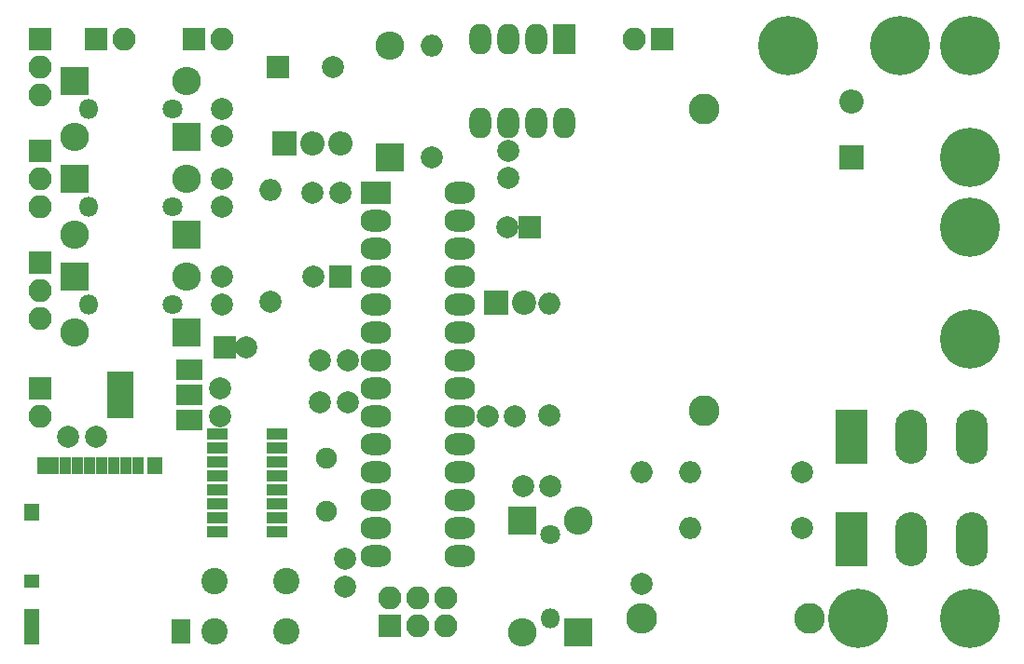
<source format=gbr>
G04 #@! TF.GenerationSoftware,KiCad,Pcbnew,(2017-12-14 revision b47a06e)-master*
G04 #@! TF.CreationDate,2017-12-14T20:06:19-08:00*
G04 #@! TF.ProjectId,Elephant-3,456C657068616E742D332E6B69636164,1*
G04 #@! TF.SameCoordinates,Original*
G04 #@! TF.FileFunction,Soldermask,Top*
G04 #@! TF.FilePolarity,Negative*
%FSLAX46Y46*%
G04 Gerber Fmt 4.6, Leading zero omitted, Abs format (unit mm)*
G04 Created by KiCad (PCBNEW (2017-12-14 revision b47a06e)-master) date Thursday, December 14, 2017 'PMt' 08:06:19 PM*
%MOMM*%
%LPD*%
G01*
G04 APERTURE LIST*
%ADD10C,2.200000*%
%ADD11R,2.200000X2.200000*%
%ADD12C,2.800000*%
%ADD13C,2.000000*%
%ADD14R,2.000000X2.000000*%
%ADD15R,2.100000X2.100000*%
%ADD16O,2.100000X2.100000*%
%ADD17R,2.600000X2.600000*%
%ADD18O,2.600000X2.600000*%
%ADD19O,2.200000X2.200000*%
%ADD20C,5.400000*%
%ADD21R,1.100000X1.600000*%
%ADD22R,1.400000X1.600000*%
%ADD23R,1.400000X1.200000*%
%ADD24R,1.400000X3.200000*%
%ADD25R,1.700000X2.300000*%
%ADD26R,2.900000X4.900000*%
%ADD27O,2.900000X4.900000*%
%ADD28C,1.800000*%
%ADD29O,1.800000X1.800000*%
%ADD30O,2.000000X2.000000*%
%ADD31O,2.800000X2.800000*%
%ADD32C,2.400000*%
%ADD33R,2.800000X2.000000*%
%ADD34O,2.800000X2.000000*%
%ADD35R,2.400000X4.200000*%
%ADD36R,2.400000X1.900000*%
%ADD37R,2.000000X2.800000*%
%ADD38O,2.000000X2.800000*%
%ADD39R,1.900000X1.000000*%
%ADD40C,1.900000*%
G04 APERTURE END LIST*
D10*
X154432000Y-95123000D03*
D11*
X151892000Y-95123000D03*
D12*
X170815000Y-104970000D03*
X170815000Y-77470000D03*
D13*
X138430000Y-100330000D03*
X135930000Y-100330000D03*
X151130000Y-105410000D03*
X153630000Y-105410000D03*
D14*
X132080000Y-73660000D03*
D13*
X137080000Y-73660000D03*
X156845000Y-111760000D03*
X154345000Y-111760000D03*
D14*
X137795000Y-92710000D03*
D13*
X135295000Y-92710000D03*
X127000000Y-95250000D03*
X127000000Y-92750000D03*
X127000000Y-86360000D03*
X127000000Y-83860000D03*
X138430000Y-104140000D03*
X135930000Y-104140000D03*
X138176000Y-120904000D03*
X138176000Y-118404000D03*
X126873000Y-105410000D03*
X126873000Y-102910000D03*
X135255000Y-85090000D03*
X137755000Y-85090000D03*
X153035000Y-81280000D03*
X153035000Y-83780000D03*
D15*
X142240000Y-124460000D03*
D16*
X142240000Y-121920000D03*
X144780000Y-124460000D03*
X144780000Y-121920000D03*
X147320000Y-124460000D03*
X147320000Y-121920000D03*
D17*
X159385000Y-125095000D03*
D18*
X159385000Y-114935000D03*
D17*
X154305000Y-114935000D03*
D18*
X154305000Y-125095000D03*
D17*
X113665000Y-92710000D03*
D18*
X123825000Y-92710000D03*
D17*
X123825000Y-97790000D03*
D18*
X113665000Y-97790000D03*
D17*
X113665000Y-83820000D03*
D18*
X123825000Y-83820000D03*
D17*
X123825000Y-88900000D03*
D18*
X113665000Y-88900000D03*
D17*
X142240000Y-81915000D03*
D18*
X142240000Y-71755000D03*
D17*
X113665000Y-74930000D03*
D18*
X123825000Y-74930000D03*
D17*
X123825000Y-80010000D03*
D18*
X113665000Y-80010000D03*
D11*
X184150000Y-81915000D03*
D19*
X184150000Y-76835000D03*
D15*
X115570000Y-71120000D03*
D16*
X118110000Y-71120000D03*
D15*
X110490000Y-91440000D03*
D16*
X110490000Y-93980000D03*
X110490000Y-96520000D03*
D15*
X110490000Y-81280000D03*
D16*
X110490000Y-83820000D03*
X110490000Y-86360000D03*
D15*
X110490000Y-71120000D03*
D16*
X110490000Y-73660000D03*
X110490000Y-76200000D03*
D15*
X110490000Y-102870000D03*
D16*
X110490000Y-105410000D03*
D15*
X124460000Y-71120000D03*
D16*
X127000000Y-71120000D03*
D20*
X178435000Y-71755000D03*
X188595000Y-71755000D03*
X194945000Y-81915000D03*
X194945000Y-71755000D03*
X184785000Y-123825000D03*
X194945000Y-123825000D03*
D21*
X110730000Y-109890000D03*
X111680000Y-109890000D03*
X119380000Y-109890000D03*
X118280000Y-109890000D03*
X117180000Y-109890000D03*
X116080000Y-109890000D03*
X114980000Y-109890000D03*
X113880000Y-109890000D03*
X112780000Y-109890000D03*
D22*
X120930000Y-109890000D03*
X109780000Y-114190000D03*
D23*
X109780000Y-120390000D03*
D24*
X109780000Y-124540000D03*
D25*
X123280000Y-124990000D03*
D15*
X167005000Y-71120000D03*
D16*
X164465000Y-71120000D03*
D20*
X194945000Y-88265000D03*
X194945000Y-98425000D03*
D26*
X184150000Y-116586000D03*
D27*
X189600000Y-116586000D03*
X195050000Y-116586000D03*
D26*
X184150000Y-107315000D03*
D27*
X189600000Y-107315000D03*
X195050000Y-107315000D03*
D28*
X156845000Y-116205000D03*
D29*
X156845000Y-123825000D03*
D13*
X156743400Y-105384600D03*
D30*
X156743400Y-95224600D03*
D28*
X122555000Y-95250000D03*
D29*
X114935000Y-95250000D03*
D28*
X122555000Y-86360000D03*
D29*
X114935000Y-86360000D03*
D13*
X131445000Y-94996000D03*
D30*
X131445000Y-84836000D03*
D13*
X146050000Y-81915000D03*
D30*
X146050000Y-71755000D03*
D28*
X122555000Y-77470000D03*
D29*
X114935000Y-77470000D03*
D13*
X179705000Y-115570000D03*
D30*
X169545000Y-115570000D03*
D13*
X165100000Y-120650000D03*
D30*
X165100000Y-110490000D03*
D13*
X179705000Y-110490000D03*
D30*
X169545000Y-110490000D03*
D12*
X180340000Y-123825000D03*
D31*
X165100000Y-123825000D03*
D32*
X132842000Y-120468000D03*
X132842000Y-124968000D03*
X126342000Y-120468000D03*
X126342000Y-124968000D03*
D11*
X132715000Y-80645000D03*
D19*
X135255000Y-80645000D03*
X137795000Y-80645000D03*
D33*
X140970000Y-85090000D03*
D34*
X148590000Y-118110000D03*
X140970000Y-87630000D03*
X148590000Y-115570000D03*
X140970000Y-90170000D03*
X148590000Y-113030000D03*
X140970000Y-92710000D03*
X148590000Y-110490000D03*
X140970000Y-95250000D03*
X148590000Y-107950000D03*
X140970000Y-97790000D03*
X148590000Y-105410000D03*
X140970000Y-100330000D03*
X148590000Y-102870000D03*
X140970000Y-102870000D03*
X148590000Y-100330000D03*
X140970000Y-105410000D03*
X148590000Y-97790000D03*
X140970000Y-107950000D03*
X148590000Y-95250000D03*
X140970000Y-110490000D03*
X148590000Y-92710000D03*
X140970000Y-113030000D03*
X148590000Y-90170000D03*
X140970000Y-115570000D03*
X148590000Y-87630000D03*
X140970000Y-118110000D03*
X148590000Y-85090000D03*
D35*
X117754000Y-103505000D03*
D36*
X124054000Y-103505000D03*
X124054000Y-101205000D03*
X124054000Y-105805000D03*
D37*
X158115000Y-71120000D03*
D38*
X150495000Y-78740000D03*
X155575000Y-71120000D03*
X153035000Y-78740000D03*
X153035000Y-71120000D03*
X155575000Y-78740000D03*
X150495000Y-71120000D03*
X158115000Y-78740000D03*
D39*
X126586000Y-107061000D03*
X126586000Y-108331000D03*
X126586000Y-109601000D03*
X126586000Y-110871000D03*
X126586000Y-112141000D03*
X126586000Y-113411000D03*
X126586000Y-114681000D03*
X126586000Y-115951000D03*
X131986000Y-115951000D03*
X131986000Y-114681000D03*
X131986000Y-113411000D03*
X131986000Y-112141000D03*
X131986000Y-110871000D03*
X131986000Y-109601000D03*
X131986000Y-108331000D03*
X131986000Y-107061000D03*
D40*
X136525000Y-109220000D03*
X136525000Y-114100000D03*
D13*
X127000000Y-79970000D03*
X127000000Y-77470000D03*
D14*
X127254000Y-99187000D03*
D13*
X129254000Y-99187000D03*
X152940000Y-88265000D03*
D14*
X154940000Y-88265000D03*
D13*
X113070000Y-107315000D03*
X115570000Y-107315000D03*
M02*

</source>
